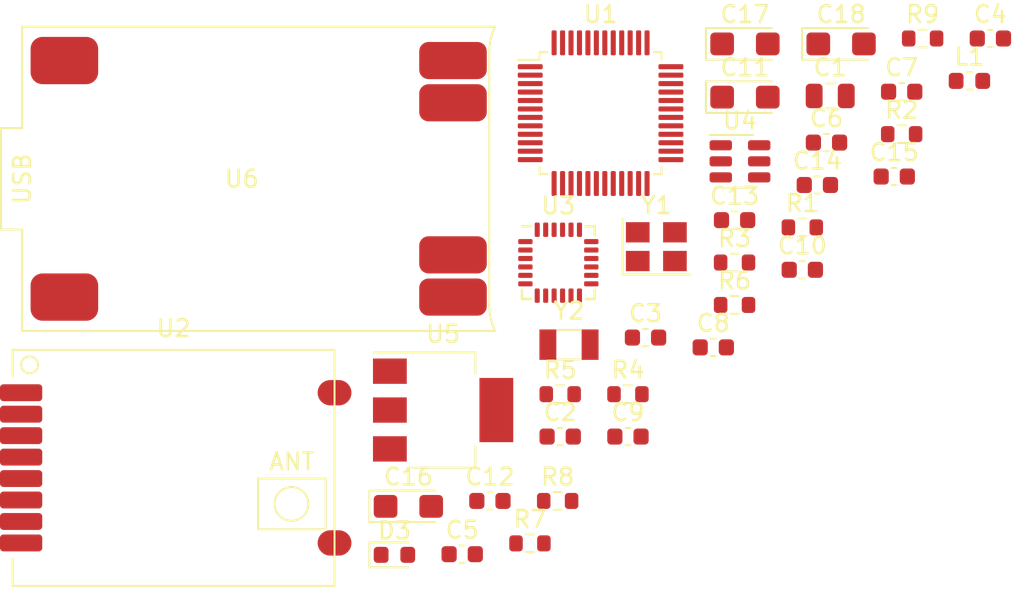
<source format=kicad_pcb>
(kicad_pcb (version 20211014) (generator pcbnew)
  (layers (0 "F.Cu" signal) (31 "B.Cu" signal) (34 "B.Paste" user) (35 "F.Paste" user) (36 "B.SilkS" user "B.Silkscreen") (37 "F.SilkS" user "F.Silkscreen") (38 "B.Mask" user) (39 "F.Mask" user) (44 "Edge.Cuts" user))
  (net 0 "")
  (net 1 "+3V3")
  (net 2 "GND")
  (net 3 "+3.3VA")
  (net 4 "/HSE_IN")
  (net 5 "/HSE_OUT")
  (net 6 "/LSE_IN")
  (net 7 "/LSE_OUT")
  (net 8 "/REGOUT")
  (net 9 "/CPOUT")
  (net 10 "/VIN")
  (net 11 "+5V")
  (net 12 "Net-(D3-Pad2)")
  (net 13 "/NRST")
  (net 14 "/BOOTO")
  (net 15 "/I2C1_SCL")
  (net 16 "/I2C1_SDA")
  (net 17 "/Buzzer")
  (net 18 "Net-(Q1-Pad1)")
  (net 19 "Net-(R7-Pad2)")
  (net 20 "/VBAT")
  (net 26 "/J1_X")
  (net 27 "/J1_Y")
  (net 28 "/J2_X")
  (net 29 "/J2_Y")
  (net 30 "/AUX_1")
  (net 31 "/AUX_2")
  (net 35 "/SPI2_SCK")
  (net 36 "/SPI2_MISO")
  (net 37 "/SPI2_MOSI")
  (net 38 "/NRF_CSN")
  (net 39 "/NRF_CE")
  (net 55 "Net-(D2-Pad2)")
  (net 56 "/EN")
  (net 58 "/P+")
  (net 59 "/B+")
  (footprint "Capacitor_SMD:C_0603_1608Metric" (layer "F.Cu") (at 142.65 92.29)
    (fp_text reference "C10" (at 0 -1.43) (layer "F.SilkS"))
    (fp_text value "20p")
    (fp_line (start -0.14058 0.51) (end 0.14058 0.51) (layer "F.SilkS") (width 0.12))
    (fp_line (start -0.14058 -0.51) (end 0.14058 -0.51) (layer "F.SilkS") (width 0.12))
    (pad "1" smd roundrect locked (at -0.775 0) (size 0.9 0.95) (layers "F.Cu" "F.Paste" "F.Mask") (net 7 "/LSE_OUT"))
    (pad "2" smd roundrect locked (at 0.775 0) (size 0.9 0.95) (layers "F.Cu" "F.Paste" "F.Mask") (net 2 "GND"))
  )
  (footprint "Resistor_SMD:R_0603_1608Metric" (layer "F.Cu") (at 128.17 105.97)
    (fp_text reference "R8" (at 0 -1.43) (layer "F.SilkS"))
    (fp_text value "3k3")
    (fp_line (start -0.237258 -0.5225) (end 0.237258 -0.5225) (layer "F.SilkS") (width 0.12))
    (fp_line (start -0.237258 0.5225) (end 0.237258 0.5225) (layer "F.SilkS") (width 0.12))
    (pad "1" smd roundrect locked (at -0.825 0) (size 0.8 0.95) (layers "F.Cu" "F.Paste" "F.Mask") (net 19 "Net-(R7-Pad2)"))
    (pad "2" smd roundrect locked (at 0.825 0) (size 0.8 0.95) (layers "F.Cu" "F.Paste" "F.Mask") (net 2 "GND"))
  )
  (footprint "Capacitor_SMD:C_0603_1608Metric" (layer "F.Cu") (at 144.08 84.76)
    (fp_text reference "C6" (at 0 -1.43) (layer "F.SilkS"))
    (fp_text value "1u")
    (fp_line (start -0.14058 0.51) (end 0.14058 0.51) (layer "F.SilkS") (width 0.12))
    (fp_line (start -0.14058 -0.51) (end 0.14058 -0.51) (layer "F.SilkS") (width 0.12))
    (pad "1" smd roundrect locked (at -0.775 0) (size 0.9 0.95) (layers "F.Cu" "F.Paste" "F.Mask") (net 3 "+3.3VA"))
    (pad "2" smd roundrect locked (at 0.775 0) (size 0.9 0.95) (layers "F.Cu" "F.Paste" "F.Mask") (net 2 "GND"))
  )
  (footprint "Capacitor_SMD:C_0603_1608Metric" (layer "F.Cu") (at 128.32 102.16)
    (fp_text reference "C2" (at 0 -1.43) (layer "F.SilkS"))
    (fp_text value "100n")
    (fp_line (start -0.14058 0.51) (end 0.14058 0.51) (layer "F.SilkS") (width 0.12))
    (fp_line (start -0.14058 -0.51) (end 0.14058 -0.51) (layer "F.SilkS") (width 0.12))
    (pad "1" smd roundrect locked (at -0.775 0) (size 0.9 0.95) (layers "F.Cu" "F.Paste" "F.Mask") (net 1 "+3V3"))
    (pad "2" smd roundrect locked (at 0.775 0) (size 0.9 0.95) (layers "F.Cu" "F.Paste" "F.Mask") (net 2 "GND"))
  )
  (footprint "Capacitor_SMD:C_0603_1608Metric" (layer "F.Cu") (at 124.16 105.97)
    (fp_text reference "C12" (at 0 -1.43) (layer "F.SilkS"))
    (fp_text value "10n")
    (fp_line (start -0.14058 0.51) (end 0.14058 0.51) (layer "F.SilkS") (width 0.12))
    (fp_line (start -0.14058 -0.51) (end 0.14058 -0.51) (layer "F.SilkS") (width 0.12))
    (pad "1" smd roundrect locked (at -0.775 0) (size 0.9 0.95) (layers "F.Cu" "F.Paste" "F.Mask") (net 2 "GND"))
    (pad "2" smd roundrect locked (at 0.775 0) (size 0.9 0.95) (layers "F.Cu" "F.Paste" "F.Mask") (net 1 "+3V3"))
  )
  (footprint "Resistor_SMD:R_0603_1608Metric" (layer "F.Cu") (at 138.64 94.37)
    (fp_text reference "R6" (at 0 -1.43) (layer "F.SilkS"))
    (fp_text value "10k")
    (fp_line (start -0.237258 0.5225) (end 0.237258 0.5225) (layer "F.SilkS") (width 0.12))
    (fp_line (start -0.237258 -0.5225) (end 0.237258 -0.5225) (layer "F.SilkS") (width 0.12))
    (pad "1" smd roundrect locked (at -0.825 0) (size 0.8 0.95) (layers "F.Cu" "F.Paste" "F.Mask") (net 2 "GND"))
    (pad "2" smd roundrect locked (at 0.825 0) (size 0.8 0.95) (layers "F.Cu" "F.Paste" "F.Mask") (net 18 "Net-(Q1-Pad1)"))
  )
  (footprint "LED_SMD:LED_0603_1608Metric" (layer "F.Cu") (at 118.51 109.16)
    (fp_text reference "D3" (at 0 -1.43) (layer "F.SilkS"))
    (fp_text value "LED_Small")
    (fp_line (start -1.485 0.735) (end 0.8 0.735) (layer "F.SilkS") (width 0.12))
    (fp_line (start 0.8 -0.735) (end -1.485 -0.735) (layer "F.SilkS") (width 0.12))
    (fp_line (start -1.485 -0.735) (end -1.485 0.735) (layer "F.SilkS") (width 0.12))
    (pad "1" smd roundrect locked (at -0.7875 0) (size 0.875 0.95) (layers "F.Cu" "F.Paste" "F.Mask") (net 2 "GND"))
    (pad "2" smd roundrect locked (at 0.7875 0) (size 0.875 0.95) (layers "F.Cu" "F.Paste" "F.Mask") (net 12 "Net-(D3-Pad2)"))
  )
  (footprint "Sensor_Motion:InvenSense_QFN-24_4x4mm_P0.5mm" (layer "F.Cu") (at 128.21 91.87)
    (fp_text reference "U3" (at 0 -3.375) (layer "F.SilkS"))
    (fp_text value "MPU-6050")
    (fp_line (start -2.15 2.15) (end -1.625 2.15) (layer "F.SilkS") (width 0.15))
    (fp_line (start -2.15 -2.15) (end -1.625 -2.15) (layer "F.SilkS") (width 0.15))
    (fp_line (start 2.15 -2.15) (end 1.625 -2.15) (layer "F.SilkS") (width 0.15))
    (fp_line (start 2.15 -2.15) (end 2.15 -1.625) (layer "F.SilkS") (width 0.15))
    (fp_line (start -2.15 2.15) (end -2.15 1.625) (layer "F.SilkS") (width 0.15))
    (fp_line (start 2.15 2.15) (end 1.625 2.15) (layer "F.SilkS") (width 0.15))
    (fp_line (start 2.15 2.15) (end 2.15 1.625) (layer "F.SilkS") (width 0.15))
    (pad "1" smd roundrect locked (at -1.95 -1.25) (size 0.85 0.3) (layers "F.Cu" "F.Paste" "F.Mask") (net 2 "GND"))
    (pad "2" smd roundrect locked (at -1.95 -0.75) (size 0.85 0.3) (layers "F.Cu" "F.Paste" "F.Mask"))
    (pad "3" smd roundrect locked (at -1.95 -0.25) (size 0.85 0.3) (layers "F.Cu" "F.Paste" "F.Mask"))
    (pad "4" smd roundrect locked (at -1.95 0.25) (size 0.85 0.3) (layers "F.Cu" "F.Paste" "F.Mask"))
    (pad "5" smd roundrect locked (at -1.95 0.75) (size 0.85 0.3) (layers "F.Cu" "F.Paste" "F.Mask"))
    (pad "6" smd roundrect locked (at -1.95 1.25) (size 0.85 0.3) (layers "F.Cu" "F.Paste" "F.Mask"))
    (pad "7" smd roundrect locked (at -1.25 1.95 90) (size 0.85 0.3) (layers "F.Cu" "F.Paste" "F.Mask"))
    (pad "8" smd roundrect locked (at -0.75 1.95 90) (size 0.85 0.3) (layers "F.Cu" "F.Paste" "F.Mask") (net 1 "+3V3"))
    (pad "9" smd roundrect locked (at -0.25 1.95 90) (size 0.85 0.3) (layers "F.Cu" "F.Paste" "F.Mask") (net 2 "GND"))
    (pad "10" smd roundrect locked (at 0.25 1.95 90) (size 0.85 0.3) (layers "F.Cu" "F.Paste" "F.Mask") (net 8 "/REGOUT"))
    (pad "11" smd roundrect locked (at 0.75 1.95 90) (size 0.85 0.3) (layers "F.Cu" "F.Paste" "F.Mask") (net 2 "GND"))
    (pad "12" smd roundrect locked (at 1.25 1.95 90) (size 0.85 0.3) (layers "F.Cu" "F.Paste" "F.Mask"))
    (pad "13" smd roundrect locked (at 1.95 1.25) (size 0.85 0.3) (layers "F.Cu" "F.Paste" "F.Mask") (net 1 "+3V3"))
    (pad "14" smd roundrect locked (at 1.95 0.75) (size 0.85 0.3) (layers "F.Cu" "F.Paste" "F.Mask"))
    (pad "15" smd roundrect locked (at 1.95 0.25) (size 0.85 0.3) (layers "F.Cu" "F.Paste" "F.Mask"))
    (pad "16" smd roundrect locked (at 1.95 -0.25) (size 0.85 0.3) (layers "F.Cu" "F.Paste" "F.Mask"))
    (pad "17" smd roundrect locked (at 1.95 -0.75) (size 0.85 0.3) (layers "F.Cu" "F.Paste" "F.Mask"))
    (pad "18" smd roundrect locked (at 1.95 -1.25) (size 0.85 0.3) (layers "F.Cu" "F.Paste" "F.Mask") (net 2 "GND"))
    (pad "19" smd roundrect locked (at 1.25 -1.95 90) (size 0.85 0.3) (layers "F.Cu" "F.Paste" "F.Mask"))
    (pad "20" smd roundrect locked (at 0.75 -1.95 90) (size 0.85 0.3) (layers "F.Cu" "F.Paste" "F.Mask") (net 9 "/CPOUT"))
    (pad "21" smd roundrect locked (at 0.25 -1.95 90) (size 0.85 0.3) (layers "F.Cu" "F.Paste" "F.Mask"))
    (pad "22" smd roundrect locked (at -0.25 -1.95 90) (size 0.85 0.3) (layers "F.Cu" "F.Paste" "F.Mask"))
    (pad "23" smd roundrect locked (at -0.75 -1.95 90) (size 0.85 0.3) (layers "F.Cu" "F.Paste" "F.Mask") (net 15 "/I2C1_SCL"))
    (pad "24" smd roundrect locked (at -1.25 -1.95 90) (size 0.85 0.3) (layers "F.Cu" "F.Paste" "F.Mask") (net 16 "/I2C1_SDA"))
  )
  (footprint "Capacitor_SMD:C_0603_1608Metric" (layer "F.Cu") (at 143.54 87.27)
    (fp_text reference "C14" (at 0 -1.43) (layer "F.SilkS"))
    (fp_text value "100n")
    (fp_line (start -0.14058 -0.51) (end 0.14058 -0.51) (layer "F.SilkS") (width 0.12))
    (fp_line (start -0.14058 0.51) (end 0.14058 0.51) (layer "F.SilkS") (width 0.12))
    (pad "1" smd roundrect locked (at -0.775 0) (size 0.9 0.95) (layers "F.Cu" "F.Paste" "F.Mask") (net 8 "/REGOUT"))
    (pad "2" smd roundrect locked (at 0.775 0) (size 0.9 0.95) (layers "F.Cu" "F.Paste" "F.Mask") (net 2 "GND"))
  )
  (footprint "Resistor_SMD:R_0603_1608Metric" (layer "F.Cu") (at 138.64 91.86)
    (fp_text reference "R3" (at 0 -1.43) (layer "F.SilkS"))
    (fp_text value "4k7")
    (fp_line (start -0.237258 0.5225) (end 0.237258 0.5225) (layer "F.SilkS") (width 0.12))
    (fp_line (start -0.237258 -0.5225) (end 0.237258 -0.5225) (layer "F.SilkS") (width 0.12))
    (pad "1" smd roundrect locked (at -0.825 0) (size 0.8 0.95) (layers "F.Cu" "F.Paste" "F.Mask") (net 1 "+3V3"))
    (pad "2" smd roundrect locked (at 0.825 0) (size 0.8 0.95) (layers "F.Cu" "F.Paste" "F.Mask") (net 15 "/I2C1_SCL"))
  )
  (footprint "Capacitor_SMD:C_0603_1608Metric" (layer "F.Cu") (at 148.53 81.75)
    (fp_text reference "C7" (at 0 -1.43) (layer "F.SilkS"))
    (fp_text value "20p")
    (fp_line (start -0.14058 -0.51) (end 0.14058 -0.51) (layer "F.SilkS") (width 0.12))
    (fp_line (start -0.14058 0.51) (end 0.14058 0.51) (layer "F.SilkS") (width 0.12))
    (pad "1" smd roundrect locked (at -0.775 0) (size 0.9 0.95) (layers "F.Cu" "F.Paste" "F.Mask") (net 4 "/HSE_IN"))
    (pad "2" smd roundrect locked (at 0.775 0) (size 0.9 0.95) (layers "F.Cu" "F.Paste" "F.Mask") (net 2 "GND"))
  )
  (footprint "Package_TO_SOT_SMD:SOT-23-6" (layer "F.Cu") (at 138.96 85.87)
    (fp_text reference "U4" (at 0 -2.4) (layer "F.SilkS"))
    (fp_text value "MT3608")
    (fp_line (start 0 -1.56) (end 0.8 -1.56) (layer "F.SilkS") (width 0.12))
    (fp_line (start 0 1.56) (end -0.8 1.56) (layer "F.SilkS") (width 0.12))
    (fp_line (start 0 -1.56) (end -1.8 -1.56) (layer "F.SilkS") (width 0.12))
    (fp_line (start 0 1.56) (end 0.8 1.56) (layer "F.SilkS") (width 0.12))
    (pad "1" smd roundrect locked (at -1.1375 -0.95) (size 1.325 0.6) (layers "F.Cu" "F.Paste" "F.Mask") (net 55 "Net-(D2-Pad2)"))
    (pad "2" smd roundrect locked (at -1.1375 0) (size 1.325 0.6) (layers "F.Cu" "F.Paste" "F.Mask") (net 2 "GND"))
    (pad "3" smd roundrect locked (at -1.1375 0.95) (size 1.325 0.6) (layers "F.Cu" "F.Paste" "F.Mask") (net 19 "Net-(R7-Pad2)"))
    (pad "4" smd roundrect locked (at 1.1375 0.95) (size 1.325 0.6) (layers "F.Cu" "F.Paste" "F.Mask") (net 56 "/EN"))
    (pad "5" smd roundrect locked (at 1.1375 0) (size 1.325 0.6) (layers "F.Cu" "F.Paste" "F.Mask") (net 10 "/VIN"))
    (pad "6" smd roundrect locked (at 1.1375 -0.95) (size 1.325 0.6) (layers "F.Cu" "F.Paste" "F.Mask"))
  )
  (footprint "myCustomLibs:AS01-SPI" (layer "F.Cu") (at 105.44 104.645)
    (fp_text reference "U2" (at 0 -8.89 unlocked) (layer "F.SilkS"))
    (fp_text value "AS01-SPI")
    (fp_text user "ANT" (at 7 -1 unlocked) (layer "F.SilkS"))
    (fp_line (start 9.525 6.35) (end -9.525 6.35) (layer "F.SilkS") (width 0.12))
    (fp_line (start -9.525 -6.04) (end -9.525 -7.62) (layer "F.SilkS") (width 0.12))
    (fp_line (start -9.525 -7.62) (end 9.525 -7.62) (layer "F.SilkS") (width 0.12))
    (fp_line (start -9.525 6.35) (end -9.525 4.77) (layer "F.SilkS") (width 0.12))
    (fp_line (start 9.525 -7.62) (end 9.525 6.35) (layer "F.SilkS") (width 0.12))
    (fp_rect (start 5 0) (end 9 3) (layer "F.SilkS") (width 0.12) (fill none))
    (fp_circle (center -8.525 -6.73) (end -8.525 -7.23) (layer "F.SilkS") (width 0.12) (fill none))
    (fp_circle (center 6.975 1.5) (end 6.975 2.5) (layer "F.SilkS") (width 0.12) (fill none))
    (pad "" smd oval (at 9.525 -5.08) (size 2 1.5) (layers "F.Cu" "F.Paste" "F.Mask"))
    (pad "" smd oval (at 9.525 3.81) (size 2 1.5) (layers "F.Cu" "F.Paste" "F.Mask"))
    (pad "1" smd roundrect (at -9.025 -5.08) (size 2.5 1) (layers "F.Cu" "F.Paste" "F.Mask") (roundrect_rratio 0.2) (net 1 "+3V3"))
    (pad "2" smd roundrect (at -9.025 -3.81) (size 2.5 1) (layers "F.Cu" "F.Paste" "F.Mask") (roundrect_rratio 0.2) (net 38 "/NRF_CSN"))
    (pad "3" smd roundrect (at -9.025 -2.54) (size 2.5 1) (layers "F.Cu" "F.Paste" "F.Mask") (roundrect_rratio 0.2) (net 39 "/NRF_CE"))
    (pad "4" smd roundrect (at -9.025 -1.27) (size 2.5 1) (layers "F.Cu" "F.Paste" "F.Mask") (roundrect_rratio 0.2) (net 35 "/SPI2_SCK"))
    (pad "5" smd roundrect (at -9.025 0) (size 2.5 1) (layers "F.Cu" "F.Paste" "F.Mask") (roundrect_rratio 0.2) (net 37 "/SPI2_MOSI"))
    (pad "6" smd roundrect (at -9.025 1.27) (size 2.5 1) (layers "F.Cu" "F.Paste" "F.Mask") (roundrect_rratio 0.2) (net 36 "/SPI2_MISO"))
    (pad "7" smd roundrect (at -9.025 2.54) (size 2.5 1) (layers "F.Cu" "F.Paste" "F.Mask") (roundrect_rratio 0.2))
    (pad "8" smd roundrect (at -9.025 3.81) (size 2.5 1) (layers "F.Cu" "F.Paste" "F.Mask") (roundrect_rratio 0.2) (net 2 "GND"))
  )
  (footprint "Capacitor_SMD:C_0603_1608Metric" (layer "F.Cu") (at 138.64 89.35)
    (fp_text reference "C13" (at 0 -1.43) (layer "F.SilkS"))
    (fp_text value "100n")
    (fp_line (start -0.14058 -0.51) (end 0.14058 -0.51) (layer "F.SilkS") (width 0.12))
    (fp_line (start -0.14058 0.51) (end 0.14058 0.51) (layer "F.SilkS") (width 0.12))
    (pad "1" smd roundrect locked (at -0.775 0) (size 0.9 0.95) (layers "F.Cu" "F.Paste" "F.Mask") (net 1 "+3V3"))
    (pad "2" smd roundrect locked (at 0.775 0) (size 0.9 0.95) (layers "F.Cu" "F.Paste" "F.Mask") (net 2 "GND"))
  )
  (footprint "Resistor_SMD:R_0603_1608Metric" (layer "F.Cu") (at 126.53 108.48)
    (fp_text reference "R7" (at 0 -1.43) (layer "F.SilkS"))
    (fp_text value "24k")
    (fp_line (start -0.237258 -0.5225) (end 0.237258 -0.5225) (layer "F.SilkS") (width 0.12))
    (fp_line (start -0.237258 0.5225) (end 0.237258 0.5225) (layer "F.SilkS") (width 0.12))
    (pad "1" smd roundrect locked (at -0.825 0) (size 0.8 0.95) (layers "F.Cu" "F.Paste" "F.Mask") (net 11 "+5V"))
    (pad "2" smd roundrect locked (at 0.825 0) (size 0.8 0.95) (layers "F.Cu" "F.Paste" "F.Mask") (net 19 "Net-(R7-Pad2)"))
  )
  (footprint "Inductor_SMD:L_0603_1608Metric" (layer "F.Cu") (at 152.54 81.11)
    (fp_text reference "L1" (at 0 -1.43) (layer "F.SilkS"))
    (fp_text value "4.7nH")
    (fp_line (start -0.162779 0.51) (end 0.162779 0.51) (layer "F.SilkS") (width 0.12))
    (fp_line (start -0.162779 -0.51) (end 0.162779 -0.51) (layer "F.SilkS") (width 0.12))
    (pad "1" smd roundrect locked (at -0.7875 0) (size 0.875 0.95) (layers "F.Cu" "F.Paste" "F.Mask") (net 1 "+3V3"))
    (pad "2" smd roundrect locked (at 0.7875 0) (size 0.875 0.95) (layers "F.Cu" "F.Paste" "F.Mask") (net 3 "+3.3VA"))
  )
  (footprint "Package_TO_SOT_SMD:SOT-223-3_TabPin2" (layer "F.Cu") (at 121.39 100.59)
    (fp_text reference "U5" (at 0 -4.5) (layer "F.SilkS"))
    (fp_text value "AMS1117-3.3")
    (fp_line (start 1.91 3.41) (end 1.91 2.15) (layer "F.SilkS") (width 0.12))
    (fp_line (start 1.91 -3.41) (end 1.91 -2.15) (layer "F.SilkS") (width 0.12))
    (fp_line (start -1.85 3.41) (end 1.91 3.41) (layer "F.SilkS") (width 0.12))
    (fp_line (start -4.1 -3.41) (end 1.91 -3.41) (layer "F.SilkS") (width 0.12))
    (pad "1" smd rect locked (at -3.15 -2.3) (size 2 1.5) (layers "F.Cu" "F.Paste" "F.Mask") (net 2 "GND"))
    (pad "2" smd rect locked (at 3.15 0) (size 2 3.8) (layers "F.Cu" "F.Paste" "F.Mask") (net 1 "+3V3"))
    (pad "2" smd rect locked (at -3.15 0) (size 2 1.5) (layers "F.Cu" "F.Paste" "F.Mask") (net 1 "+3V3"))
    (pad "3" smd rect locked (at -3.15 2.3) (size 2 1.5) (layers "F.Cu" "F.Paste" "F.Mask") (net 11 "+5V"))
  )
  (footprint "Resistor_SMD:R_0603_1608Metric" (layer "F.Cu") (at 132.33 99.65)
    (fp_text reference "R4" (at 0 -1.43) (layer "F.SilkS"))
    (fp_text value "4k7")
    (fp_line (start -0.237258 -0.5225) (end 0.237258 -0.5225) (layer "F.SilkS") (width 0.12))
    (fp_line (start -0.237258 0.5225) (end 0.237258 0.5225) (layer "F.SilkS") (width 0.12))
    (pad "1" smd roundrect locked (at -0.825 0) (size 0.8 0.95) (layers "F.Cu" "F.Paste" "F.Mask") (net 1 "+3V3"))
    (pad "2" smd roundrect locked (at 0.825 0) (size 0.8 0.95) (layers "F.Cu" "F.Paste" "F.Mask") (net 16 "/I2C1_SDA"))
  )
  (footprint "Capacitor_SMD:C_0603_1608Metric" (layer "F.Cu") (at 153.78 78.6)
    (fp_text reference "C4" (at 0 -1.43) (layer "F.SilkS"))
    (fp_text value "100n")
    (fp_line (start -0.14058 0.51) (end 0.14058 0.51) (layer "F.SilkS") (width 0.12))
    (fp_line (start -0.14058 -0.51) (end 0.14058 -0.51) (layer "F.SilkS") (width 0.12))
    (pad "1" smd roundrect locked (at -0.775 0) (size 0.9 0.95) (layers "F.Cu" "F.Paste" "F.Mask") (net 1 "+3V3"))
    (pad "2" smd roundrect locked (at 0.775 0) (size 0.9 0.95) (layers "F.Cu" "F.Paste" "F.Mask") (net 2 "GND"))
  )
  (footprint "Resistor_SMD:R_0603_1608Metric" (layer "F.Cu") (at 149.77 78.6)
    (fp_text reference "R9" (at 0 -1.43) (layer "F.SilkS"))
    (fp_text value "1k")
    (fp_line (start -0.237258 -0.5225) (end 0.237258 -0.5225) (layer "F.SilkS") (width 0.12))
    (fp_line (start -0.237258 0.5225) (end 0.237258 0.5225) (layer "F.SilkS") (width 0.12))
    (pad "1" smd roundrect locked (at -0.825 0) (size 0.8 0.95) (layers "F.Cu" "F.Paste" "F.Mask") (net 1 "+3V3"))
    (pad "2" smd roundrect locked (at 0.825 0) (size 0.8 0.95) (layers "F.Cu" "F.Paste" "F.Mask") (net 12 "Net-(D3-Pad2)"))
  )
  (footprint "Crystal:Crystal_SMD_3225-4Pin_3.2x2.5mm" (layer "F.Cu") (at 134.01 90.92)
    (fp_text reference "Y1" (at 0 -2.45) (layer "F.SilkS"))
    (fp_text value "8Mhz")
    (fp_line (start -2 -1.65) (end -2 1.65) (layer "F.SilkS") (width 0.12))
    (fp_line (start -2 1.65) (end 2 1.65) (layer "F.SilkS") (width 0.12))
    (pad "1" smd rect locked (at -1.1 0.85) (size 1.4 1.2) (layers "F.Cu" "F.Paste" "F.Mask") (net 4 "/HSE_IN"))
    (pad "2" smd rect locked (at 1.1 0.85) (size 1.4 1.2) (layers "F.Cu" "F.Paste" "F.Mask") (net 2 "GND"))
    (pad "3" smd rect locked (at 1.1 -0.85) (size 1.4 1.2) (layers "F.Cu" "F.Paste" "F.Mask") (net 5 "/HSE_OUT"))
    (pad "4" smd rect locked (at -1.1 -0.85) (size 1.4 1.2) (layers "F.Cu" "F.Paste" "F.Mask") (net 2 "GND"))
  )
  (footprint "Capacitor_Tantalum_SMD:CP_EIA-3216-10_Kemet-I" (layer "F.Cu") (at 144.945 78.92)
    (fp_text reference "C18" (at 0 -1.75) (layer "F.SilkS"))
    (fp_text value "22uF/6V")
    (fp_line (start -2.31 -0.935) (end -2.31 0.935) (layer "F.SilkS") (width 0.12))
    (fp_line (start -2.31 0.935) (end 1.6 0.935) (layer "F.SilkS") (width 0.12))
    (fp_line (start 1.6 -0.935) (end -2.31 -0.935) (layer "F.SilkS") (width 0.12))
    (pad "1" smd roundrect locked (at -1.35 0) (size 1.4 1.35) (layers "F.Cu" "F.Paste" "F.Mask") (roundrect_rratio 0.185185) (net 1 "+3V3"))
    (pad "2" smd roundrect locked (at 1.35 0) (size 1.4 1.35) (layers "F.Cu" "F.Paste" "F.Mask") (roundrect_rratio 0.185185) (net 2 "GND"))
  )
  (footprint "Crystal:Crystal_SMD_3215-2Pin_3.2x1.5mm" (layer "F.Cu") (at 128.84 96.72)
    (fp_text reference "Y2" (at 0 -2) (layer "F.SilkS"))
    (fp_text value "32KHz")
    (fp_line (start -0.675 0.875) (end 0.675 0.875) (layer "F.SilkS") (width 0.12))
    (fp_line (start -0.675 -0.875) (end 0.675 -0.875) (layer "F.SilkS") (width 0.12))
    (pad "1" smd rect locked (at 1.25 0) (size 1 1.8) (layers "F.Cu" "F.Paste" "F.Mask") (net 6 "/LSE_IN"))
    (pad "2" smd rect locked (at -1.25 0) (size 1 1.8) (layers "F.Cu" "F.Paste" "F.Mask") (net 7 "/LSE_OUT"))
  )
  (footprint "Capacitor_Tantalum_SMD:CP_EIA-3216-10_Kemet-I" (layer "F.Cu") (at 139.255 78.92)
    (fp_text reference "C17" (at 0 -1.75) (layer "F.SilkS"))
    (fp_text value "22uF/6V")
    (fp_line (start -2.31 -0.935) (end -2.31 0.935) (layer "F.SilkS") (width 0.12))
    (fp_line (start -2.31 0.935) (end 1.6 0.935) (layer "F.SilkS") (width 0.12))
    (fp_line (start 1.6 -0.935) (end -2.31 -0.935) (layer "F.SilkS") (width 0.12))
    (pad "1" smd roundrect locked (at -1.35 0) (size 1.4 1.35) (layers "F.Cu" "F.Paste" "F.Mask") (roundrect_rratio 0.185185) (net 11 "+5V"))
    (pad "2" smd roundrect locked (at 1.35 0) (size 1.4 1.35) (layers "F.Cu" "F.Paste" "F.Mask") (roundrect_rratio 0.185185) (net 2 "GND"))
  )
  (footprint "Resistor_SMD:R_0603_1608Metric" (layer "F.Cu") (at 148.53 84.26)
    (fp_text reference "R2" (at 0 -1.43) (layer "F.SilkS"))
    (fp_text value "10k")
    (fp_line (start -0.237258 0.5225) (end 0.237258 0.5225) (layer "F.SilkS") (width 0.12))
    (fp_line (start -0.237258 -0.5225) (end 0.237258 -0.5225) (layer "F.SilkS") (width 0.12))
    (pad "1" smd roundrect locked (at -0.825 0) (size 0.8 0.95) (layers "F.Cu" "F.Paste" "F.Mask") (net 2 "GND"))
    (pad "2" smd roundrect locked (at 0.825 0) (size 0.8 0.95) (layers "F.Cu" "F.Paste" "F.Mask") (net 14 "/BOOTO"))
  )
  (footprint "Capacitor_SMD:C_0603_1608Metric" (layer "F.Cu") (at 132.33 102.16)
    (fp_text reference "C9" (at 0 -1.43) (layer "F.SilkS"))
    (fp_text value "20p")
    (fp_line (start -0.14058 -0.51) (end 0.14058 -0.51) (layer "F.SilkS") (width 0.12))
    (fp_line (start -0.14058 0.51) (end 0.14058 0.51) (layer "F.SilkS") (width 0.12))
    (pad "1" smd roundrect locked (at -0.775 0) (size 0.9 0.95) (layers "F.Cu" "F.Paste" "F.Mask") (net 6 "/LSE_IN"))
    (pad "2" smd roundrect locked (at 0.775 0) (size 0.9 0.95) (layers "F.Cu" "F.Paste" "F.Mask") (net 2 "GND"))
  )
  (footprint "Capacitor_SMD:C_0603_1608Metric" (layer "F.Cu") (at 133.37 96.3)
    (fp_text reference "C3" (at 0 -1.43) (layer "F.SilkS"))
    (fp_text value "100n")
    (fp_line (start -0.14058 -0.51) (end 0.14058 -0.51) (layer "F.SilkS") (width 0.12))
    (fp_line (start -0.14058 0.51) (end 0.14058 0.51) (layer "F.SilkS") (width 0.12))
    (pad "1" smd roundrect locked (at -0.775 0) (size 0.9 0.95) (layers "F.Cu" "F.Paste" "F.Mask") (net 1 "+3V3"))
    (pad "2" smd roundrect locked (at 0.775 0) (size 0.9 0.95) (layers "F.Cu" "F.Paste" "F.Mask") (net 2 "GND"))
  )
  (footprint "Package_QFP:LQFP-48_7x7mm_P0.5mm" (layer "F.Cu") (at 130.71 83.02)
    (fp_text reference "U1" (at 0 -5.85) (layer "F.SilkS"))
    (fp_text value "STM32F103C8Tx")
    (fp_line (start 3.61 -3.61) (end 3.61 -3.16) (layer "F.SilkS") (width 0.12))
    (fp_line (start -3.61 -3.61) (end -3.61 -3.16) (layer "F.SilkS") (width 0.12))
    (fp_line (start -3.16 3.61) (end -3.61 3.61) (layer "F.SilkS") (width 0.12))
    (fp_line (start 3.16 -3.61) (end 3.61 -3.61) (layer "F.SilkS") (width 0.12))
    (fp_line (start 3.61 3.61) (end 3.61 3.16) (layer "F.SilkS") (width 0.12))
    (fp_line (start -3.16 -3.61) (end -3.61 -3.61) (layer "F.SilkS") (width 0.12))
    (fp_line (start -3.61 3.61) (end -3.61 3.16) (layer "F.SilkS") (width 0.12))
    (fp_line (start 3.16 3.61) (end 3.61 3.61) (layer "F.SilkS") (width 0.12))
    (fp_line (start -3.61 -3.16) (end -4.9 -3.16) (layer "F.SilkS") (width 0.12))
    (pad "1" smd roundrect locked (at -4.1625 -2.75) (size 1.475 0.3) (layers "F.Cu" "F.Paste" "F.Mask") (net 20 "/VBAT"))
    (pad "2" smd roundrect locked (at -4.1625 -2.25) (size 1.475 0.3) (layers "F.Cu" "F.Paste" "F.Mask"))
    (pad "3" smd roundrect locked (at -4.1625 -1.75) (size 1.475 0.3) (layers "F.Cu" "F.Paste" "F.Mask") (net 6 "/LSE_IN"))
    (pad "4" smd roundrect locked (at -4.1625 -1.25) (size 1.475 0.3) (layers "F.Cu" "F.Paste" "F.Mask") (net 7 "/LSE_OUT"))
    (pad "5" smd roundrect locked (at -4.1625 -0.75) (size 1.475 0.3) (layers "F.Cu" "F.Paste" "F.Mask") (net 4 "/HSE_IN"))
    (pad "6" smd roundrect locked (at -4.1625 -0.25) (size 1.475 0.3) (layers "F.Cu" "F.Paste" "F.Mask") (net 5 "/HSE_OUT"))
    (pad "7" smd roundrect locked (at -4.1625 0.25) (size 1.475 0.3) (layers "F.Cu" "F.Paste" "F.Mask") (net 13 "/NRST"))
    (pad "8" smd roundrect locked (at -4.1625 0.75) (size 1.475 0.3) (layers "F.Cu" "F.Paste" "F.Mask") (net 2 "GND"))
    (pad "9" smd roundrect locked (at -4.1625 1.25) (size 1.475 0.3) (layers "F.Cu" "F.Paste" "F.Mask") (net 3 "+3.3VA"))
    (pad "10" smd roundrect locked (at -4.1625 1.75) (size 1.475 0.3) (layers "F.Cu" "F.Paste" "F.Mask"))
    (pad "11" smd roundrect locked (at -4.1625 2.25) (size 1.475 0.3) (layers "F.Cu" "F.Paste" "F.Mask"))
    (pad "12" smd roundrect locked (at -4.1625 2.75) (size 1.475 0.3) (layers "F.Cu" "F.Paste" "F.Mask"))
    (pad "13" smd roundrect locked (at -2.75 4.1625) (size 0.3 1.475) (layers "F.Cu" "F.Paste" "F.Mask"))
    (pad "14" smd roundrect locked (at -2.25 4.1625) (size 0.3 1.475) (layers "F.Cu" "F.Paste" "F.Mask") (net 26 "/J1_X"))
    (pad "15" smd roundrect locked (at -1.75 4.1625) (size 0.3 1.475) (layers "F.Cu" "F.Paste" "F.Mask") (net 27 "/J1_Y"))
    (pad "16" smd roundrect locked (at -1.25 4.1625) (size 0.3 1.475) (layers "F.Cu" "F.Paste" "F.Mask") (net 28 "/J2_X"))
    (pad "17" smd roundrect locked (at -0.75 4.1625) (size 0.3 1.475) (layers "F.Cu" "F.Paste" "F.Mask") (net 29 "/J2_Y"))
    (pad "18" smd roundrect locked (at -0.25 4.1625) (size 0.3 1.475) (layers "F.Cu" "F.Paste" "F.Mask") (net 30 "/AUX_1"))
    (pad "19" smd roundrect locked (at 0.25 4.1625) (size 0.3 1.475) (layers "F.Cu" "F.Paste" "F.Mask") (net 31 "/AUX_2"))
    (pad "20" smd roundrect locked (at 0.75 4.1625) (size 0.3 1.475) (layers "F.Cu" "F.Paste" "F.Mask"))
    (pad "21" smd roundrect locked (at 1.25 4.1625) (size 0.3 1.475) (layers "F.Cu" "F.Paste" "F.Mask") (net 15 "/I2C1_SCL"))
    (pad "22" smd roundrect locked (at 1.75 4.1625) (size 0.3 1.475) (layers "F.Cu" "F.Paste" "F.Mask"))
    (pad "23" smd roundrect locked (at 2.25 4.1625) (size 0.3 1.475) (layers "F.Cu" "F.Paste" "F.Mask") (net 2 "GND"))
    (pad "24" smd roundrect locked (at 2.75 4.1625) (size 0.3 1.475) (layers "F.Cu" "F.Paste" "F.Mask") (net 1 "+3V3"))
    (pad "25" smd roundrect locked (at 4.1625 2.75) (size 1.475 0.3) (layers "F.Cu" "F.Paste" "F.Mask"))
    (pad "26" smd roundrect locked (at 4.1625 2.25) (size 1.475 0.3) (layers "F.Cu" "F.Paste" "F.Mask") (net 35 "/SPI2_SCK"))
    (pad "27" smd roundrect locked (at 4.1625 1.75) (size 1.475 0.3) (layers "F.Cu" "F.Paste" "F.Mask") (net 36 "/SPI2_MISO"))
    (pad "28" smd roundrect locked (at 4.1625 1.25) (size 1.475 0.3) (layers "F.Cu" "F.Paste" "F.Mask") (net 37 "/SPI2_MOSI"))
    (pad "29" smd roundrect locked (at 4.1625 0.75) (size 1.475 0.3) (layers "F.Cu" "F.Paste" "F.Mask") (net 38 "/NRF_CSN"))
    (pad "30" smd roundrect locked (at 4.1625 0.25) (size 1.475 0.3) (layers "F.Cu" "F.Paste" "F.Mask") (net 39 "/NRF_CE"))
    (pad "31" smd roundrect locked (at 4.1625 -0.25) (size 1.475 0.3) (layers "F.Cu" "F.Paste" "F.Mask"))
    (pad "32" smd roundrect locked (at 4.1625 -0.75) (size 1.475 0.3) (layers "F.Cu" "F.Paste" "F.Mask"))
    (pad "33" smd roundrect locked (at 4.1625 -1.25) (size 1.475 0.3) (layers "F.Cu" "F.Paste" "F.Mask"))
    (pad "34" smd roundrect locked (at 4.1625 -1.75) (size 1.475 0.3) (layers "F.Cu" "F.Paste" "F.Mask"))
    (pad "35" smd roundrect locked (at 4.1625 -2.25) (size 1.475 0.3) (layers "F.Cu" "F.Paste" "F.Mask") (net 2 "GND"))
    (pad "36" smd roundrect locked (at 4.1625 -2.75) (size 1.475 0.3) (layers "F.Cu" "F.Paste" "F.Mask") (net 1 "+3V3"))
    (pad "37" smd roundrect locked (at 2.75 -4.1625) (size 0.3 1.475) (layers "F.Cu" "F.Paste" "F.Mask"))
    (pad "38" smd roundrect locked (at 2.25 -4.1625) (size 0.3 1.475) (layers "F.Cu" "F.Paste" "F.Mask") (net 17 "/Buzzer"))
    (pad "39" smd roundrect locked (at 1.75 -4.1625) (size 0.3 1.475) (layers "F.Cu" "F.Paste" "F.Mask"))
    (pad "40" smd roundrect locked (at 1.25 -4.1625) (size 0.3 1.475) (layers "F.Cu" "F.Paste" "F.Mask"))
    (pad "41" smd roundrect locked (at 0.75 -4.1625) (size 0.3 1.475) (layers "F.Cu" "F.Paste" "F.Mask"))
    (pad "42" smd roundrect locked (at 0.25 -4.1625) (size 0.3 1.475) (layers "F.Cu" "F.Paste" "F.Mask"))
    (pad "43" smd roundrect locked (at -0.25 -4.1625) (size 0.3 1.475) (layers "F.Cu" "F.Paste" "F.Mask"))
    (pad "44" smd roundrect locked (at -0.75 -4.1625) (size 0.3 1.475) (layers "F.Cu" "F.Paste" "F.Mask") (net 14 "/BOOTO"))
    (pad "45" smd roundrect locked (at -1.25 -4.1625) (size 0.3 1.475) (layers "F.Cu" "F.Paste" "F.Mask"))
    (pad "46" smd roundrect locked (at -1.75 -4.1625) (size 0.3 1.475) (layers "F.Cu" "F.Paste" "F.Mask") (net 16 "/I2C1_SDA"))
    (pad "47" smd roundrect locked (at -2.25 -4.1625) (size 0.3 1.475) (layers "F.Cu" "F.Paste" "F.Mask") (net 2 "GND"))
    (pad "48" smd roundrect locked (at -2.75 -4.1625) (size 0.3 1.475) (layers "F.Cu" "F.Paste" "F.Mask") (net 1 "+3V3"))
  )
  (footprint "Capacitor_SMD:C_0805_2012Metric" (layer "F.Cu") (at 144.3 82)
    (fp_text reference "C1" (at 0 -1.68) (layer "F.SilkS"))
    (fp_text value "4.7u")
    (fp_line (start -0.261252 -0.735) (end 0.261252 -0.735) (layer "F.SilkS") (width 0.12))
    (fp_line (start -0.261252 0.735) (end 0.261252 0.735) (layer "F.SilkS") (width 0.12))
    (pad "1" smd roundrect locked (at -0.95 0) (size 1 1.45) (layers "F.Cu" "F.Paste" "F.Mask") (net 1 "+3V3"))
    (pad "2" smd roundrect locked (at 0.95 0) (size 1 1.45) (layers "F.Cu" "F.Paste" "F.Mask") (net 2 "GND"))
  )
  (footprint "myCustomLibs:TP4056" (layer "F.Cu") (at 109.475 86.905)
    (fp_text reference "U6" (at 0 0 unlocked) (layer "F.SilkS"))
    (fp_text value "TP4056")
    (fp_text user "USB" (at -13 0 90 unlocked) (layer "F.SilkS"))
    (fp_line (start -14.25 3) (end -13 3) (layer "F.SilkS") (width 0.12))
    (fp_line (start -13 9) (end 15 9) (layer "F.SilkS") (width 0.12))
    (fp_line (start -13 -3) (end -13 -9) (layer "F.SilkS") (width 0.12))
    (fp_line (start -13 9) (end -13 3) (layer "F.SilkS") (width 0.12))
    (fp_line (start -13 -9) (end 15 -9) (layer "F.SilkS") (width 0.12))
    (fp_line (start 14.645898 -7.5) (end 14.645899 7.5) (layer "F.SilkS") (width 0.12))
    (fp_line (start -14.25 -3) (end -13 -3) (layer "F.SilkS") (width 0.12))
    (fp_line (start -14.25 -3) (end -14.25 3) (layer "F.SilkS") (width 0.12))
    (fp_arc (start 14.645898 -7.5) (mid 14.735508 -8.270642) (end 15 -9) (layer "F.SilkS") (width 0.12))
    (fp_arc (start 15.000001 9) (mid 14.735625 8.270615) (end 14.645899 7.5) (layer "F.SilkS") (width 0.12))
    (pad "1" smd roundrect (at -10.5 -7) (size 4 2.8) (layers "F.Cu" "F.Paste" "F.Mask") (net 58 "/P+"))
    (pad "2" smd roundrect (at -10.5 7) (size 4 2.8) (layers "F.Cu" "F.Paste" "F.Mask") (net 2 "GND"))
    (pad "3" smd roundrect (at 12.5 -7) (size 4 2.2) (layers "F.Cu" "F.Paste" "F.Mask") (net 59 "/B+"))
    (pad "3" smd roundrect (at 12.5 -4.5) (size 4 2.2) (layers "F.Cu" "F.Paste" "F.Mask") (net 59 "/B+"))
    (pad "4" smd roundrect (at 12.5 4.5) (size 4 2.2) (layers "F.Cu" "F.Paste" "F.Mask") (net 2 "GND"))
    (pad "4" smd roundrect (at 12.5 7) (size 4 2.2) (layers "F.Cu" "F.Paste" "F.Mask") (net 2 "GND"))
  )
  (footprint "Capacitor_Tantalum_SMD:CP_EIA-3216-10_Kemet-I" (layer "F.Cu") (at 119.335 106.29)
    (fp_text reference "C16" (at 0 -1.75) (layer "F.SilkS"))
    (fp_text value "22uF/6V")
    (fp_line (start -2.31 -0.935) (end -2.31 0.935) (layer "F.SilkS") (width 0.12))
    (fp_line (start 1.6 -0.935) (end -2.31 -0.935) (layer "F.SilkS") (width 0.12))
    (fp_line (start -2.31 0.935) (end 1.6 0.935) (layer "F.SilkS") (width 0.12))
    (pad "1" smd roundrect locked (at -1.35 0) (size 1.4 1.35) (layers "F.Cu" "F.Paste" "F.Mask") (roundrect_rratio 0.185185) (net 10 "/VIN"))
    (pad "2" smd roundrect locked (at 1.35 0) (size 1.4 1.35) (layers "F.Cu" "F.Paste" "F.Mask") (roundrect_rratio 0.185185) (net 2 "GND"))
  )
  (footprint "Resistor_SMD:R_0603_1608Metric" (layer "F.Cu") (at 142.65 89.78)
    (fp_text reference "R1" (at 0 -1.43) (layer "F.SilkS"))
    (fp_text value "10k")
    (fp_line (start -0.237258 -0.5225) (end 0.237258 -0.5225) (layer "F.SilkS") (width 0.12))
    (fp_line (start -0.237258 0.5225) (end 0.237258 0.5225) (layer "F.SilkS") (width 0.12))
    (pad "1" smd roundrect locked (at -0.825 0) (size 0.8 0.95) (layers "F.Cu" "F.Paste" "F.Mask") (net 1 "+3V3"))
    (pad "2" smd roundrect locked (at 0.825 0) (size 0.8 0.95) (layers "F.Cu" "F.Paste" "F.Mask") (net 13 "/NRST"))
  )
  (footprint "Resistor_SMD:R_0603_1608Metric" (layer "F.Cu") (at 128.32 99.65)
    (fp_text reference "R5" (at 0 -1.43) (layer "F.SilkS"))
    (fp_text value "4k7")
    (fp_line (start -0.237258 -0.5225) (end 0.237258 -0.5225) (layer "F.SilkS") (width 0.12))
    (fp_line (start -0.237258 0.5225) (end 0.237258 0.5225) (layer "F.SilkS") (width 0.12))
    (pad "1" smd roundrect locked (at -0.825 0) (size 0.8 0.95) (layers "F.Cu" "F.Paste" "F.Mask") (net 17 "/Buzzer"))
    (pad "2" smd roundrect locked (at 0.825 0) (size 0.8 0.95) (layers "F.Cu" "F.Paste" "F.Mask") (net 18 "Net-(Q1-Pad1)"))
  )
  (footprint "Capacitor_SMD:C_0603_1608Metric" (layer "F.Cu") (at 137.38 96.88)
    (fp_text reference "C8" (at 0 -1.43) (layer "F.SilkS"))
    (fp_text value "20p")
    (fp_line (start -0.14058 -0.51) (end 0.14058 -0.51) (layer "F.SilkS") (width 0.12))
    (fp_line (start -0.14058 0.51) (end 0.14058 0.51) (layer "F.SilkS") (width 0.12))
    (pad "1" smd roundrect locked (at -0.775 0) (size 0.9 0.95) (layers "F.Cu" "F.Paste" "F.Mask") (net 5 "/HSE_OUT"))
    (pad "2" smd roundrect locked (at 0.775 0) (size 0.9 0.95) (layers "F.Cu" "F.Paste" "F.Mask") (net 2 "GND"))
  )
  (footprint "Capacitor_SMD:C_0603_1608Metric" (layer "F.Cu") (at 148.09 86.77)
    (fp_text reference "C15" (at 0 -1.43) (layer "F.SilkS"))
    (fp_text value "2.2n")
    (fp_line (start -0.14058 0.51) (end 0.14058 0.51) (layer "F.SilkS") (width 0.12))
    (fp_line (start -0.14058 -0.51) (end 0.14058 -0.51) (layer "F.SilkS") (width 0.12))
    (pad "1" smd roundrect locked (at -0.775 0) (size 0.9 0.95) (layers "F.Cu" "F.Paste" "F.Mask") (net 9 "/CPOUT"))
    (pad "2" smd roundrect locked (at 0.775 0) (size 0.9 0.95) (layers "F.Cu" "F.Paste" "F.Mask") (net 2 "GND"))
  )
  (footprint "Capacitor_SMD:C_0603_1608Metric" (layer "F.Cu") (at 122.52 109.12)
    (fp_text reference "C5" (at 0 -1.43) (layer "F.SilkS"))
    (fp_text value "100n")
    (fp_line (start -0.14058 0.51) (end 0.14058 0.51) (layer "F.SilkS") (width 0.12))
    (fp_line (start -0.14058 -0.51) (end 0.14058 -0.51) (layer "F.SilkS") (width 0.12))
    (pad "1" smd roundrect locked (at -0.775 0) (size 0.9 0.95) (layers "F.Cu" "F.Paste" "F.Mask") (net 3 "+3.3VA"))
    (pad "2" smd roundrect locked (at 0.775 0) (size 0.9 0.95) (layers "F.Cu" "F.Paste" "F.Mask") (net 2 "GND"))
  )
  (footprint "Capacitor_Tantalum_SMD:CP_EIA-3216-10_Kemet-I" (layer "F.Cu") (at 139.255 82.07)
    (fp_text reference "C11" (at 0 -1.75) (layer "F.SilkS"))
    (fp_text value "22uF/6V")
    (fp_line (start -2.31 0.935) (end 1.6 0.935) (layer "F.SilkS") (width 0.12))
    (fp_line (start -2.31 -0.935) (end -2.31 0.935) (layer "F.SilkS") (width 0.12))
    (fp_line (start 1.6 -0.935) (end -2.31 -0.935) (layer "F.SilkS") (width 0.12))
    (pad "1" smd roundrect locked (at -1.35 0) (size 1.4 1.35) (layers "F.Cu" "F.Paste" "F.Mask") (roundrect_rratio 0.185185) (net 1 "+3V3"))
    (pad "2" smd roundrect locked (at 1.35 0) (size 1.4 1.35) (layers "F.Cu" "F.Paste" "F.Mask") (roundrect_rratio 0.185185) (net 2 "GND"))
  )
)
</source>
